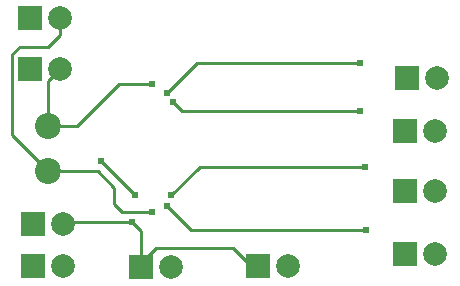
<source format=gbl>
G04 Layer: BottomLayer*
G04 EasyEDA v6.5.44, 2024-09-12 07:38:51*
G04 Gerber Generator version 0.2*
G04 Scale: 100 percent, Rotated: No, Reflected: No *
G04 Dimensions in millimeters *
G04 leading zeros omitted , absolute positions ,4 integer and 5 decimal *
%FSLAX45Y45*%
%MOMM*%

%ADD10C,0.2540*%
%ADD11C,2.2000*%
%ADD12R,2.0000X2.0000*%
%ADD13C,2.0000*%
%ADD14C,0.6200*%

%LPD*%
D10*
X1054100Y8902700D02*
G01*
X1295400Y8902700D01*
X1651000Y9258300D01*
X1930412Y9258300D01*
X3694836Y9436100D02*
G01*
X2311400Y9436100D01*
X2057400Y9182100D01*
X3694836Y9029700D02*
G01*
X2184400Y9029700D01*
X2108200Y9105900D01*
X3732936Y8559800D02*
G01*
X2336800Y8559800D01*
X2095500Y8318500D01*
X3745636Y8026400D02*
G01*
X2260600Y8026400D01*
X2057400Y8229600D01*
X1841500Y7708900D02*
G01*
X1841500Y7747000D01*
X1968500Y7874000D01*
X2616200Y7874000D01*
X2768600Y7721600D01*
X2832100Y7721600D01*
X1765300Y8089900D02*
G01*
X1193800Y8089900D01*
X1181100Y8077200D01*
X1765300Y8089900D02*
G01*
X1841500Y8013700D01*
X1841500Y7708900D01*
X1790700Y8318500D02*
G01*
X1498600Y8610600D01*
X1054100Y8902700D02*
G01*
X1054100Y9283700D01*
X1155700Y9385300D01*
X1155700Y9817100D02*
G01*
X1155700Y9677400D01*
X1054100Y9575800D01*
X812800Y9575800D01*
X749300Y9512300D01*
X749300Y8826500D01*
X1054100Y8521700D01*
X1054100Y8521700D02*
G01*
X1473200Y8521700D01*
X1612900Y8382000D01*
X1612900Y8242300D01*
X1676400Y8178800D01*
X1930387Y8178800D01*
D11*
G01*
X1054100Y8902700D03*
G01*
X1054100Y8521700D03*
D12*
G01*
X4076700Y8356600D03*
D13*
G01*
X4330700Y8356600D03*
D12*
G01*
X4076700Y7823200D03*
D13*
G01*
X4330700Y7823200D03*
D12*
G01*
X4076700Y8864600D03*
D13*
G01*
X4330700Y8864600D03*
D12*
G01*
X4089400Y9309100D03*
D13*
G01*
X4343400Y9309100D03*
D12*
G01*
X1841500Y7708900D03*
D13*
G01*
X2095500Y7708900D03*
D12*
G01*
X901700Y9385300D03*
D13*
G01*
X1155700Y9385300D03*
D12*
G01*
X901700Y9817100D03*
D13*
G01*
X1155700Y9817100D03*
D12*
G01*
X927100Y7721600D03*
D13*
G01*
X1181100Y7721600D03*
D12*
G01*
X927100Y8077200D03*
D13*
G01*
X1181100Y8077200D03*
D12*
G01*
X2832100Y7721600D03*
D13*
G01*
X3086100Y7721600D03*
D14*
G01*
X2095500Y8318500D03*
G01*
X1790700Y8318500D03*
G01*
X2057400Y8229600D03*
G01*
X1930400Y8178800D03*
G01*
X2108200Y9105900D03*
G01*
X2057400Y9182100D03*
G01*
X1930425Y9258300D03*
G01*
X3694836Y9436100D03*
G01*
X3694836Y9029700D03*
G01*
X3732936Y8559800D03*
G01*
X3745636Y8026400D03*
G01*
X1765300Y8089900D03*
G01*
X1498600Y8610600D03*
M02*

</source>
